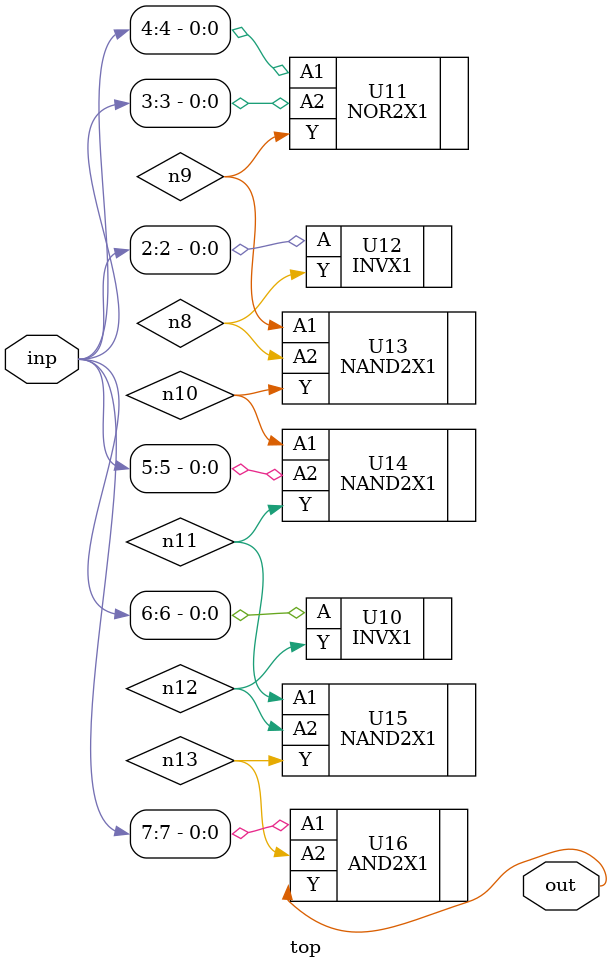
<source format=sv>


module top ( inp, out );
  input [7:0] inp;
  output out;
  wire   n8, n9, n10, n11, n12, n13;

  INVX1 U10 ( .A(inp[6]), .Y(n12) );
  NOR2X1 U11 ( .A1(inp[4]), .A2(inp[3]), .Y(n9) );
  INVX1 U12 ( .A(inp[2]), .Y(n8) );
  NAND2X1 U13 ( .A1(n9), .A2(n8), .Y(n10) );
  NAND2X1 U14 ( .A1(n10), .A2(inp[5]), .Y(n11) );
  NAND2X1 U15 ( .A1(n11), .A2(n12), .Y(n13) );
  AND2X1 U16 ( .A1(inp[7]), .A2(n13), .Y(out) );
endmodule


</source>
